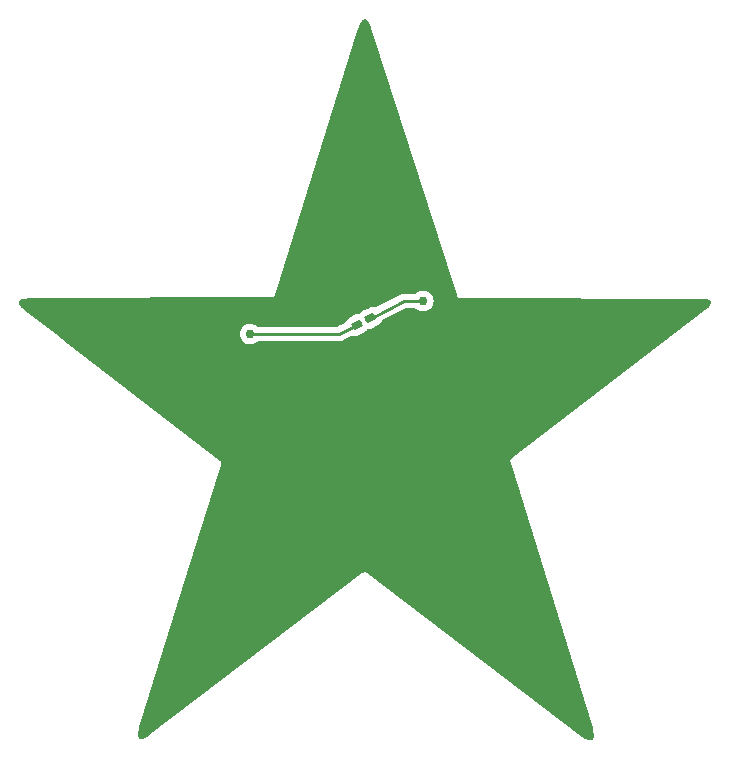
<source format=gtl>
G04 #@! TF.GenerationSoftware,KiCad,Pcbnew,8.0.3*
G04 #@! TF.CreationDate,2024-07-11T09:34:09-07:00*
G04 #@! TF.ProjectId,mozilla-star-badge,6d6f7a69-6c6c-4612-9d73-7461722d6261,rev?*
G04 #@! TF.SameCoordinates,Original*
G04 #@! TF.FileFunction,Copper,L1,Top*
G04 #@! TF.FilePolarity,Positive*
%FSLAX46Y46*%
G04 Gerber Fmt 4.6, Leading zero omitted, Abs format (unit mm)*
G04 Created by KiCad (PCBNEW 8.0.3) date 2024-07-11 09:34:09*
%MOMM*%
%LPD*%
G01*
G04 APERTURE LIST*
G04 Aperture macros list*
%AMRoundRect*
0 Rectangle with rounded corners*
0 $1 Rounding radius*
0 $2 $3 $4 $5 $6 $7 $8 $9 X,Y pos of 4 corners*
0 Add a 4 corners polygon primitive as box body*
4,1,4,$2,$3,$4,$5,$6,$7,$8,$9,$2,$3,0*
0 Add four circle primitives for the rounded corners*
1,1,$1+$1,$2,$3*
1,1,$1+$1,$4,$5*
1,1,$1+$1,$6,$7*
1,1,$1+$1,$8,$9*
0 Add four rect primitives between the rounded corners*
20,1,$1+$1,$2,$3,$4,$5,0*
20,1,$1+$1,$4,$5,$6,$7,0*
20,1,$1+$1,$6,$7,$8,$9,0*
20,1,$1+$1,$8,$9,$2,$3,0*%
G04 Aperture macros list end*
G04 #@! TA.AperFunction,SMDPad,CuDef*
%ADD10RoundRect,0.160000X0.194851X0.275933X-0.337635X0.010446X-0.194851X-0.275933X0.337635X-0.010446X0*%
G04 #@! TD*
G04 #@! TA.AperFunction,ViaPad*
%ADD11C,0.600000*%
G04 #@! TD*
G04 #@! TA.AperFunction,ViaPad*
%ADD12C,0.750000*%
G04 #@! TD*
G04 #@! TA.AperFunction,Conductor*
%ADD13C,0.250000*%
G04 #@! TD*
G04 APERTURE END LIST*
D10*
X60379470Y-64961087D03*
X59220530Y-65538913D03*
D11*
X48800000Y-73700000D03*
X48800000Y-70300000D03*
X48800000Y-72000000D03*
X70800000Y-73700000D03*
X70800000Y-70300000D03*
X70800000Y-72000000D03*
D12*
X50200000Y-66300000D03*
X64850000Y-63500000D03*
D11*
X60000000Y-51900000D03*
X58900000Y-51900000D03*
X60000000Y-53300000D03*
X60000000Y-50500000D03*
X61100000Y-51900000D03*
D13*
X50200000Y-66300000D02*
X57750000Y-66300000D01*
X57750000Y-66300000D02*
X59287650Y-65505448D01*
X63250000Y-63500000D02*
X64850000Y-63500000D01*
X60312350Y-64994552D02*
X63250000Y-63500000D01*
G04 #@! TA.AperFunction,Conductor*
G36*
X59916941Y-39643772D02*
G01*
X59923553Y-39644203D01*
X59938552Y-39646106D01*
X59941334Y-39646632D01*
X59946846Y-39647677D01*
X59961011Y-39651235D01*
X59972341Y-39654805D01*
X59985251Y-39659678D01*
X60000337Y-39666356D01*
X60011796Y-39672156D01*
X60030932Y-39683126D01*
X60040900Y-39689491D01*
X60063911Y-39705782D01*
X60072445Y-39712400D01*
X60098922Y-39734845D01*
X60106142Y-39741474D01*
X60135489Y-39770642D01*
X60141573Y-39777140D01*
X60173199Y-39813444D01*
X60178297Y-39819696D01*
X60211574Y-39863335D01*
X60215841Y-39869289D01*
X60250228Y-39920399D01*
X60253814Y-39926053D01*
X60288789Y-39984634D01*
X60291799Y-39989970D01*
X60326910Y-40055984D01*
X60326925Y-40056011D01*
X60329455Y-40061040D01*
X60364361Y-40134532D01*
X60366489Y-40139267D01*
X60400847Y-40220181D01*
X60402641Y-40224644D01*
X60436100Y-40312798D01*
X60437612Y-40317007D01*
X60469109Y-40409966D01*
X60470947Y-40415389D01*
X60471610Y-40417402D01*
X67682883Y-62960664D01*
X67701911Y-63020146D01*
X67704576Y-63037351D01*
X67705469Y-63037176D01*
X67707825Y-63049160D01*
X67721023Y-63081226D01*
X67724460Y-63090638D01*
X67735027Y-63123671D01*
X67740040Y-63132719D01*
X67745755Y-63141312D01*
X67745757Y-63141314D01*
X67756283Y-63151887D01*
X67770223Y-63165888D01*
X67777001Y-63173270D01*
X67799402Y-63199742D01*
X67799403Y-63199743D01*
X67807494Y-63206181D01*
X67816063Y-63211934D01*
X67816066Y-63211935D01*
X67816068Y-63211937D01*
X67848079Y-63225279D01*
X67857160Y-63229503D01*
X67887988Y-63245389D01*
X67887995Y-63245389D01*
X67897932Y-63248241D01*
X67908048Y-63250277D01*
X67908049Y-63250277D01*
X67908052Y-63250278D01*
X67942746Y-63250354D01*
X67952722Y-63250780D01*
X67987299Y-63253661D01*
X67987302Y-63253660D01*
X67999433Y-63252281D01*
X67999535Y-63253185D01*
X68016743Y-63250519D01*
X88444977Y-63295888D01*
X88447548Y-63295920D01*
X88546148Y-63298203D01*
X88551603Y-63298450D01*
X88639010Y-63304363D01*
X88644891Y-63304903D01*
X88724737Y-63314178D01*
X88731134Y-63315092D01*
X88803224Y-63327317D01*
X88810133Y-63328693D01*
X88874246Y-63343377D01*
X88881726Y-63345339D01*
X88937736Y-63361926D01*
X88945828Y-63364629D01*
X88993659Y-63382464D01*
X89002342Y-63386084D01*
X89041945Y-63404393D01*
X89051184Y-63409144D01*
X89082819Y-63427134D01*
X89092508Y-63433254D01*
X89116508Y-63450014D01*
X89126445Y-63457732D01*
X89143599Y-63472510D01*
X89153452Y-63481993D01*
X89164847Y-63494241D01*
X89174193Y-63505563D01*
X89181198Y-63515153D01*
X89189537Y-63528211D01*
X89193652Y-63535640D01*
X89200480Y-63550093D01*
X89203012Y-63556491D01*
X89207956Y-63571827D01*
X89209712Y-63578797D01*
X89212595Y-63594392D01*
X89213713Y-63603757D01*
X89214586Y-63618977D01*
X89214530Y-63632294D01*
X89213640Y-63646612D01*
X89211418Y-63665047D01*
X89209119Y-63678153D01*
X89203555Y-63702207D01*
X89200224Y-63713945D01*
X89190146Y-63743780D01*
X89186124Y-63754132D01*
X89170561Y-63789422D01*
X89166124Y-63798468D01*
X89144291Y-63838756D01*
X89139649Y-63846617D01*
X89110947Y-63891370D01*
X89106242Y-63898193D01*
X89070276Y-63946791D01*
X89065604Y-63952718D01*
X89022076Y-64004608D01*
X89017506Y-64009758D01*
X88966258Y-64064382D01*
X88961825Y-64068872D01*
X88919885Y-64109241D01*
X88902672Y-64125809D01*
X88898388Y-64129743D01*
X88831262Y-64188545D01*
X88827134Y-64192005D01*
X88749097Y-64254589D01*
X88747100Y-64256157D01*
X72387841Y-76834364D01*
X72371163Y-76845178D01*
X72371005Y-76845262D01*
X72337774Y-76872759D01*
X72334311Y-76875522D01*
X72300115Y-76901815D01*
X72299989Y-76901960D01*
X72299013Y-76902909D01*
X72298502Y-76903538D01*
X72295657Y-76906908D01*
X72295119Y-76907522D01*
X72294343Y-76908650D01*
X72294226Y-76908793D01*
X72274052Y-76946903D01*
X72271910Y-76950781D01*
X72250374Y-76988168D01*
X72250314Y-76988346D01*
X72249779Y-76989589D01*
X72249544Y-76990376D01*
X72248202Y-76994587D01*
X72247941Y-76995357D01*
X72247658Y-76996685D01*
X72247603Y-76996868D01*
X72243547Y-77039809D01*
X72243052Y-77044210D01*
X72237464Y-77086983D01*
X72237476Y-77087159D01*
X72237457Y-77088503D01*
X72237541Y-77089316D01*
X72237913Y-77093725D01*
X72237969Y-77094572D01*
X72238217Y-77095916D01*
X72238233Y-77096077D01*
X72250915Y-77137286D01*
X72252143Y-77141546D01*
X72263353Y-77183217D01*
X72263426Y-77183365D01*
X72270781Y-77201842D01*
X79193235Y-99696327D01*
X79193853Y-99698398D01*
X79223317Y-99800435D01*
X79224501Y-99804839D01*
X79237864Y-99858438D01*
X79247715Y-99897951D01*
X79247838Y-99898442D01*
X79248929Y-99903218D01*
X79267206Y-99991200D01*
X79268170Y-99996393D01*
X79281617Y-100078556D01*
X79282411Y-100084226D01*
X79291282Y-100160321D01*
X79291847Y-100166520D01*
X79296442Y-100236205D01*
X79296704Y-100243002D01*
X79297397Y-100306111D01*
X79297254Y-100313568D01*
X79294489Y-100369757D01*
X79293815Y-100377929D01*
X79288134Y-100426976D01*
X79286768Y-100435913D01*
X79278815Y-100477663D01*
X79276559Y-100487364D01*
X79267089Y-100521771D01*
X79263712Y-100532214D01*
X79253552Y-100559444D01*
X79248810Y-100570485D01*
X79238819Y-100590955D01*
X79232475Y-100602383D01*
X79223372Y-100616918D01*
X79215262Y-100628372D01*
X79207484Y-100638134D01*
X79197561Y-100649163D01*
X79191089Y-100655544D01*
X79179505Y-100665629D01*
X79173695Y-100670086D01*
X79160797Y-100678754D01*
X79154462Y-100682457D01*
X79140730Y-100689379D01*
X79132311Y-100692987D01*
X79118358Y-100698002D01*
X79106289Y-100701541D01*
X79092598Y-100704725D01*
X79075499Y-100707692D01*
X79062516Y-100709245D01*
X79039522Y-100710772D01*
X79027490Y-100710986D01*
X78998085Y-100710081D01*
X78987140Y-100709258D01*
X78951206Y-100704950D01*
X78941372Y-100703369D01*
X78922683Y-100699587D01*
X78899084Y-100694811D01*
X78890312Y-100692700D01*
X78841996Y-100679196D01*
X78834184Y-100676732D01*
X78780217Y-100657726D01*
X78773277Y-100655045D01*
X78714060Y-100630105D01*
X78707889Y-100627305D01*
X78643871Y-100596122D01*
X78638378Y-100593274D01*
X78569893Y-100555570D01*
X78564982Y-100552717D01*
X78492439Y-100508324D01*
X78488023Y-100505492D01*
X78411704Y-100454229D01*
X78407729Y-100451444D01*
X78378435Y-100430057D01*
X78325199Y-100391190D01*
X78323448Y-100389887D01*
X60095941Y-86558822D01*
X60075229Y-86538131D01*
X60073001Y-86536160D01*
X60049587Y-86522507D01*
X60037092Y-86514168D01*
X60015498Y-86497782D01*
X60012845Y-86496491D01*
X59989721Y-86486927D01*
X59986912Y-86485959D01*
X59960043Y-86482303D01*
X59945323Y-86479383D01*
X59919104Y-86472510D01*
X59916161Y-86472333D01*
X59891114Y-86472345D01*
X59888172Y-86472525D01*
X59868559Y-86477689D01*
X59861953Y-86479428D01*
X59847236Y-86482364D01*
X59820370Y-86486048D01*
X59817588Y-86487010D01*
X59794455Y-86496606D01*
X59791799Y-86497902D01*
X59770221Y-86514310D01*
X59757751Y-86522652D01*
X59734338Y-86536339D01*
X59732124Y-86538302D01*
X59711421Y-86559026D01*
X41666752Y-100281551D01*
X41664930Y-100282910D01*
X41583349Y-100342622D01*
X41579411Y-100345389D01*
X41503885Y-100396289D01*
X41499510Y-100399106D01*
X41427785Y-100443185D01*
X41422906Y-100446032D01*
X41355232Y-100483487D01*
X41349776Y-100486332D01*
X41286528Y-100517343D01*
X41280406Y-100520141D01*
X41221965Y-100544958D01*
X41215072Y-100547646D01*
X41161858Y-100566584D01*
X41154095Y-100569062D01*
X41106539Y-100582540D01*
X41097800Y-100584678D01*
X41056288Y-100593249D01*
X41046494Y-100594864D01*
X41020831Y-100598049D01*
X41011368Y-100599223D01*
X41000444Y-100600090D01*
X40971874Y-100601091D01*
X40959833Y-100600928D01*
X40937713Y-100599552D01*
X40924699Y-100598049D01*
X40920498Y-100597337D01*
X40908612Y-100595323D01*
X40894864Y-100592180D01*
X40883825Y-100588986D01*
X40869760Y-100583981D01*
X40862466Y-100580879D01*
X40848620Y-100573940D01*
X40843388Y-100570895D01*
X40830386Y-100562183D01*
X40825658Y-100558563D01*
X40813956Y-100548382D01*
X40808462Y-100542962D01*
X40798465Y-100531831D01*
X40791563Y-100523145D01*
X40783413Y-100511593D01*
X40775031Y-100498142D01*
X40768677Y-100486625D01*
X40767878Y-100484976D01*
X40763249Y-100475417D01*
X40759304Y-100467272D01*
X40754570Y-100456144D01*
X40744945Y-100430057D01*
X40741591Y-100419551D01*
X40737639Y-100404961D01*
X40732569Y-100386238D01*
X40730348Y-100376495D01*
X40729841Y-100373769D01*
X40722792Y-100335851D01*
X40721463Y-100326891D01*
X40716497Y-100282229D01*
X40716129Y-100278922D01*
X40715495Y-100270767D01*
X40713040Y-100215652D01*
X40712933Y-100208205D01*
X40713905Y-100146172D01*
X40714195Y-100139456D01*
X40719036Y-100070853D01*
X40719629Y-100064676D01*
X40725049Y-100019950D01*
X40728708Y-99989753D01*
X40729516Y-99984162D01*
X40743150Y-99903098D01*
X40744122Y-99897987D01*
X40762545Y-99811166D01*
X40763647Y-99806434D01*
X40774650Y-99763059D01*
X40787077Y-99714071D01*
X40788261Y-99709737D01*
X40817806Y-99608913D01*
X40818411Y-99606916D01*
X44888831Y-86559026D01*
X47750962Y-77384350D01*
X47758242Y-77366198D01*
X47758780Y-77365109D01*
X47758785Y-77365104D01*
X47769895Y-77323972D01*
X47771223Y-77319404D01*
X47783919Y-77278711D01*
X47783919Y-77278709D01*
X47784049Y-77277493D01*
X47784270Y-77276311D01*
X47784276Y-77276227D01*
X47784690Y-77271468D01*
X47784704Y-77271335D01*
X47784690Y-77270106D01*
X47784770Y-77268903D01*
X47784772Y-77268898D01*
X47779295Y-77226640D01*
X47778777Y-77221933D01*
X47774932Y-77179462D01*
X47774927Y-77179453D01*
X47774587Y-77178296D01*
X47774336Y-77177103D01*
X47774299Y-77176994D01*
X47772866Y-77172456D01*
X47772832Y-77172341D01*
X47772354Y-77171223D01*
X47771965Y-77170072D01*
X47771965Y-77170069D01*
X47755574Y-77141546D01*
X47750735Y-77133125D01*
X47748449Y-77128965D01*
X47728648Y-77091207D01*
X47728647Y-77091205D01*
X47727871Y-77090245D01*
X47727194Y-77089257D01*
X47727142Y-77089197D01*
X47724073Y-77085543D01*
X47723986Y-77085435D01*
X47723112Y-77084581D01*
X47722312Y-77083665D01*
X47688559Y-77057656D01*
X47684831Y-77054667D01*
X47672291Y-77044210D01*
X47652113Y-77027383D01*
X47652112Y-77027382D01*
X47652110Y-77027381D01*
X47651025Y-77026790D01*
X47634654Y-77016120D01*
X34814115Y-67137234D01*
X33727576Y-66300000D01*
X49319678Y-66300000D01*
X49338915Y-66483029D01*
X49338916Y-66483032D01*
X49395783Y-66658053D01*
X49395786Y-66658059D01*
X49487805Y-66817440D01*
X49578438Y-66918099D01*
X49610949Y-66954206D01*
X49610951Y-66954208D01*
X49759834Y-67062378D01*
X49759835Y-67062378D01*
X49759839Y-67062381D01*
X49896953Y-67123428D01*
X49927961Y-67137234D01*
X49927966Y-67137236D01*
X50107981Y-67175500D01*
X50292019Y-67175500D01*
X50472034Y-67137236D01*
X50640161Y-67062381D01*
X50789050Y-66954207D01*
X50789049Y-66954207D01*
X50794308Y-66950387D01*
X50795798Y-66952438D01*
X50848537Y-66927123D01*
X50868531Y-66925500D01*
X57707938Y-66925500D01*
X57721808Y-66926277D01*
X57741244Y-66928466D01*
X57741245Y-66928465D01*
X57741246Y-66928466D01*
X57767156Y-66926278D01*
X57771160Y-66925939D01*
X57781593Y-66925500D01*
X57811606Y-66925500D01*
X57830782Y-66921685D01*
X57844515Y-66919745D01*
X57864020Y-66918099D01*
X57892888Y-66909778D01*
X57903007Y-66907319D01*
X57932452Y-66901463D01*
X57950525Y-66893976D01*
X57963623Y-66889392D01*
X57982415Y-66883977D01*
X58009104Y-66870185D01*
X58018552Y-66865798D01*
X58046286Y-66854311D01*
X58062544Y-66843447D01*
X58074503Y-66836391D01*
X58783598Y-66469979D01*
X58852191Y-66456692D01*
X58879864Y-66462549D01*
X58892153Y-66466661D01*
X58892157Y-66466661D01*
X58892160Y-66466662D01*
X59052019Y-66479675D01*
X59052020Y-66479675D01*
X59052021Y-66479674D01*
X59052023Y-66479675D01*
X59210362Y-66454052D01*
X59272620Y-66429769D01*
X59900649Y-66116644D01*
X59957512Y-66081536D01*
X59957516Y-66081531D01*
X59957519Y-66081530D01*
X60006932Y-66034130D01*
X60073266Y-65970502D01*
X60081254Y-65957887D01*
X60133749Y-65911781D01*
X60196077Y-65900637D01*
X60210963Y-65901849D01*
X60369302Y-65876226D01*
X60431560Y-65851943D01*
X61059589Y-65538818D01*
X61116452Y-65503710D01*
X61232206Y-65392676D01*
X61318025Y-65257167D01*
X61331134Y-65217987D01*
X61371070Y-65160660D01*
X61392492Y-65146817D01*
X63373470Y-64138980D01*
X63429697Y-64125500D01*
X64181469Y-64125500D01*
X64248508Y-64145185D01*
X64255559Y-64150569D01*
X64255692Y-64150387D01*
X64409834Y-64262378D01*
X64409835Y-64262378D01*
X64409839Y-64262381D01*
X64545623Y-64322836D01*
X64577961Y-64337234D01*
X64577966Y-64337236D01*
X64757981Y-64375500D01*
X64942019Y-64375500D01*
X65122034Y-64337236D01*
X65290161Y-64262381D01*
X65439050Y-64154207D01*
X65562195Y-64017440D01*
X65654214Y-63858059D01*
X65711085Y-63683029D01*
X65730322Y-63500000D01*
X65711085Y-63316971D01*
X65665182Y-63175696D01*
X65654216Y-63141946D01*
X65654213Y-63141940D01*
X65653852Y-63141314D01*
X65562195Y-62982560D01*
X65439050Y-62845793D01*
X65439048Y-62845791D01*
X65290165Y-62737621D01*
X65290162Y-62737619D01*
X65290161Y-62737619D01*
X65229112Y-62710438D01*
X65122038Y-62662765D01*
X65122033Y-62662763D01*
X64942019Y-62624500D01*
X64757981Y-62624500D01*
X64577966Y-62662763D01*
X64577961Y-62662765D01*
X64409839Y-62737619D01*
X64409834Y-62737621D01*
X64255692Y-62849613D01*
X64254201Y-62847561D01*
X64201463Y-62872877D01*
X64181469Y-62874500D01*
X63294434Y-62874500D01*
X63279786Y-62873632D01*
X63273440Y-62872877D01*
X63262724Y-62871602D01*
X63262723Y-62871602D01*
X63246396Y-62872877D01*
X63230425Y-62874124D01*
X63220774Y-62874500D01*
X63188388Y-62874500D01*
X63171546Y-62877850D01*
X63157019Y-62879855D01*
X63139888Y-62881193D01*
X63139878Y-62881195D01*
X63108702Y-62889966D01*
X63099318Y-62892216D01*
X63067552Y-62898535D01*
X63067548Y-62898537D01*
X63051665Y-62905115D01*
X63037810Y-62909914D01*
X63021276Y-62914566D01*
X62992402Y-62929256D01*
X62983633Y-62933295D01*
X62979215Y-62935125D01*
X62953712Y-62945689D01*
X62939423Y-62955236D01*
X62926766Y-62962648D01*
X60823165Y-64032872D01*
X60754488Y-64045726D01*
X60727596Y-64039946D01*
X60707853Y-64033340D01*
X60707838Y-64033337D01*
X60547980Y-64020324D01*
X60547979Y-64020324D01*
X60467568Y-64033337D01*
X60389638Y-64045948D01*
X60389635Y-64045949D01*
X60389634Y-64045949D01*
X60327376Y-64070232D01*
X59699348Y-64383357D01*
X59642486Y-64418465D01*
X59642480Y-64418469D01*
X59526734Y-64529496D01*
X59526733Y-64529498D01*
X59518741Y-64542118D01*
X59466241Y-64588222D01*
X59403926Y-64599362D01*
X59389043Y-64598150D01*
X59389039Y-64598150D01*
X59299108Y-64612703D01*
X59230698Y-64623774D01*
X59230695Y-64623775D01*
X59230694Y-64623775D01*
X59168436Y-64648058D01*
X58540408Y-64961183D01*
X58483546Y-64996291D01*
X58483545Y-64996291D01*
X58367795Y-65107322D01*
X58281975Y-65242833D01*
X58266303Y-65289670D01*
X58226362Y-65346998D01*
X58205635Y-65360484D01*
X57624722Y-65660662D01*
X57567798Y-65674500D01*
X50868531Y-65674500D01*
X50801492Y-65654815D01*
X50794440Y-65649430D01*
X50794308Y-65649613D01*
X50640165Y-65537621D01*
X50640162Y-65537619D01*
X50640161Y-65537619D01*
X50563996Y-65503708D01*
X50472038Y-65462765D01*
X50472033Y-65462763D01*
X50292019Y-65424500D01*
X50107981Y-65424500D01*
X49927966Y-65462763D01*
X49927961Y-65462765D01*
X49759839Y-65537619D01*
X49759834Y-65537621D01*
X49610951Y-65645791D01*
X49610949Y-65645793D01*
X49487804Y-65782561D01*
X49395786Y-65941940D01*
X49395783Y-65941946D01*
X49339022Y-66116642D01*
X49338915Y-66116971D01*
X49319678Y-66300000D01*
X33727576Y-66300000D01*
X31098910Y-64274478D01*
X31096926Y-64272915D01*
X31017918Y-64209415D01*
X31013804Y-64205959D01*
X30993967Y-64188545D01*
X30959729Y-64158488D01*
X30945791Y-64146252D01*
X30941516Y-64142318D01*
X30881502Y-64084437D01*
X30877072Y-64079941D01*
X30825002Y-64024336D01*
X30820446Y-64019192D01*
X30776175Y-63966327D01*
X30771525Y-63960420D01*
X30734848Y-63910800D01*
X30730165Y-63904002D01*
X30721676Y-63890756D01*
X30700808Y-63858196D01*
X30696204Y-63850397D01*
X30673741Y-63808947D01*
X30669355Y-63800008D01*
X30653253Y-63763543D01*
X30649253Y-63753269D01*
X30647820Y-63749041D01*
X30638737Y-63722247D01*
X30635421Y-63710626D01*
X30629516Y-63685307D01*
X30627208Y-63672318D01*
X30624782Y-63652620D01*
X30623857Y-63638423D01*
X30623745Y-63623829D01*
X30624552Y-63608740D01*
X30625767Y-63598169D01*
X30628552Y-63582684D01*
X30630545Y-63574594D01*
X30635372Y-63559326D01*
X30638240Y-63551952D01*
X30644936Y-63537548D01*
X30649447Y-63529280D01*
X30657667Y-63516224D01*
X30665064Y-63505953D01*
X30674316Y-63494592D01*
X30686093Y-63481763D01*
X30695878Y-63472220D01*
X30713376Y-63456946D01*
X30723269Y-63449162D01*
X30747626Y-63431928D01*
X30757296Y-63425741D01*
X30789232Y-63407337D01*
X30798487Y-63402512D01*
X30838452Y-63383779D01*
X30847195Y-63380084D01*
X30895341Y-63361870D01*
X30903486Y-63359107D01*
X30959904Y-63342136D01*
X30967430Y-63340129D01*
X31032048Y-63325067D01*
X31039019Y-63323653D01*
X31111612Y-63311089D01*
X31118032Y-63310151D01*
X31198498Y-63300558D01*
X31204425Y-63299997D01*
X31292538Y-63293805D01*
X31298039Y-63293541D01*
X31397427Y-63291015D01*
X31399971Y-63290977D01*
X51992914Y-63201626D01*
X52010433Y-63204261D01*
X52010511Y-63203538D01*
X52022652Y-63204837D01*
X52056336Y-63201803D01*
X52066914Y-63201305D01*
X52100729Y-63201159D01*
X52100734Y-63201156D01*
X52111447Y-63198978D01*
X52121902Y-63195901D01*
X52121905Y-63195901D01*
X52151862Y-63180209D01*
X52161445Y-63175699D01*
X52192632Y-63162624D01*
X52192634Y-63162620D01*
X52201693Y-63156512D01*
X52210185Y-63149661D01*
X52231857Y-63123699D01*
X52238984Y-63115865D01*
X52262792Y-63091852D01*
X52262794Y-63091845D01*
X52268816Y-63082749D01*
X52274043Y-63073164D01*
X52274047Y-63073160D01*
X52284136Y-63040877D01*
X52287718Y-63030925D01*
X52300528Y-62999619D01*
X52300527Y-62999613D01*
X52302859Y-62987627D01*
X52303573Y-62987766D01*
X52306206Y-62970256D01*
X59356523Y-40410916D01*
X59357163Y-40408933D01*
X59389688Y-40310828D01*
X59391156Y-40306656D01*
X59423901Y-40218741D01*
X59425638Y-40214342D01*
X59459289Y-40133786D01*
X59461396Y-40129031D01*
X59495609Y-40055984D01*
X59498126Y-40050914D01*
X59532625Y-39985277D01*
X59535605Y-39979936D01*
X59569962Y-39921825D01*
X59573531Y-39916149D01*
X59607309Y-39865551D01*
X59611590Y-39859538D01*
X59644259Y-39816448D01*
X59649378Y-39810140D01*
X59680405Y-39774388D01*
X59686517Y-39767841D01*
X59715253Y-39739230D01*
X59722539Y-39732536D01*
X59748373Y-39710647D01*
X59756993Y-39703974D01*
X59779356Y-39688192D01*
X59789443Y-39681781D01*
X59807898Y-39671267D01*
X59819511Y-39665436D01*
X59833970Y-39659104D01*
X59847030Y-39654239D01*
X59857821Y-39650897D01*
X59872082Y-39647393D01*
X59880054Y-39645930D01*
X59895130Y-39644107D01*
X59901623Y-39643725D01*
X59916941Y-39643772D01*
G37*
G04 #@! TD.AperFunction*
M02*

</source>
